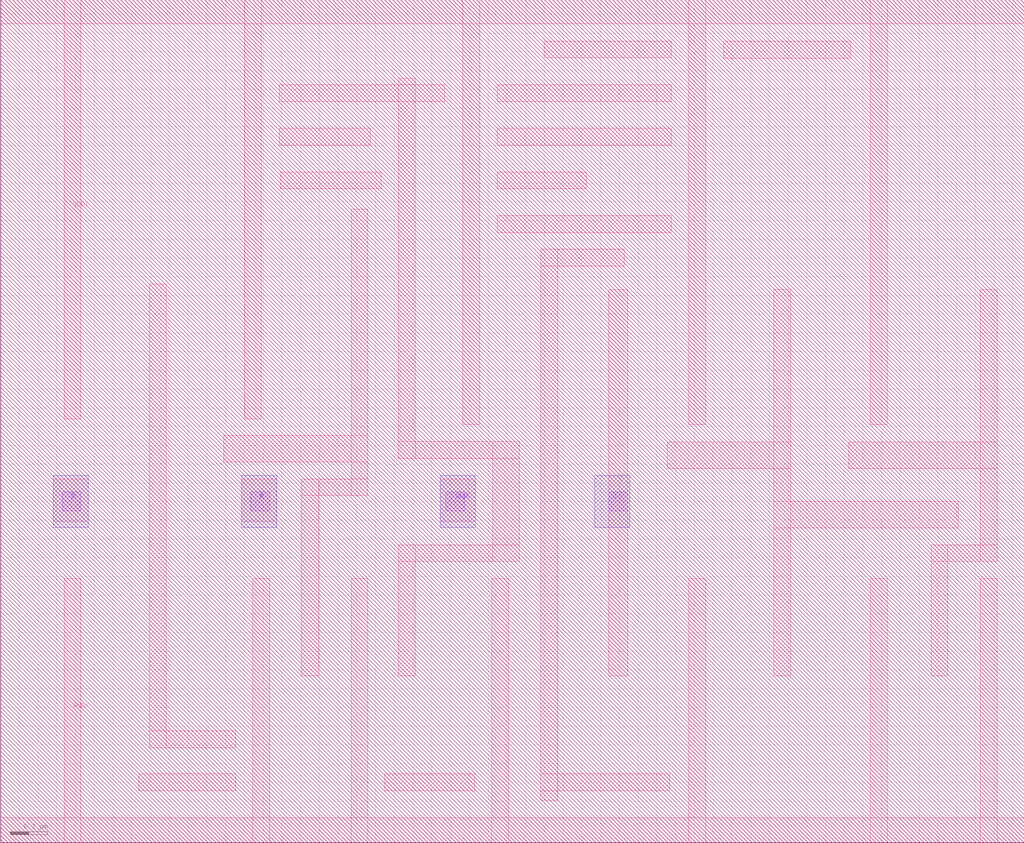
<source format=lef>
NAMESCASESENSITIVE ON ;
BUSBITCHARS "[]" ;

UNITS
  DATABASE MICRONS 1000 ;
END UNITS

MANUFACTURINGGRID 0.001 ;

DIVIDERCHAR "/" ;

LAYER M1
  TYPE ROUTING ;
  DIRECTION HORIZONTAL ;
  PITCH 0.26 0.26 ;
  WIDTH 0.14 ;
  AREA 0.042 ;
  SPACING 0.09 ;
  SPACING 0.19 RANGE 1.76 4 ;
  SPACING 0.29 RANGE 4 8 ;
  SPACING 1.05 RANGE 8 25 ;
  SPACING 1.85 RANGE 25 100000 ;
END M1

LAYER V1
  TYPE CUT ;
END V1

LAYER M2
  TYPE ROUTING ;
  DIRECTION VERTICAL ;
  PITCH 0.26 0.26 ;
  WIDTH 0.14 ;
  AREA 0.052 ;
  SPACING 0.1 ;
  SPACING 0.19 RANGE 1.76 4 ;
  SPACING 0.29 RANGE 4 8 ;
  SPACING 1.05 RANGE 8 25 ;
  SPACING 1.85 RANGE 25 100000 ;
END M2

LAYER V2
  TYPE CUT ;
END V2

LAYER M3
  TYPE ROUTING ;
  DIRECTION HORIZONTAL ;
  PITCH 0.26 0.26 ;
  WIDTH 0.14 ;
  AREA 0.052 ;
  SPACING 0.1 ;
  SPACING 0.19 RANGE 1.76 4 ;
  SPACING 0.29 RANGE 4 8 ;
  SPACING 1.05 RANGE 8 25 ;
  SPACING 1.85 RANGE 25 100000 ;
END M3

LAYER V3
  TYPE CUT ;
END V3

LAYER M4
  TYPE ROUTING ;
  DIRECTION VERTICAL ;
  PITCH 0.26 0.26 ;
  WIDTH 0.14 ;
  AREA 0.052 ;
  SPACING 0.1 ;
  SPACING 0.19 RANGE 1.76 4 ;
  SPACING 0.29 RANGE 4 8 ;
  SPACING 1.05 RANGE 8 25 ;
  SPACING 1.85 RANGE 25 100000 ;
END M4

LAYER V4
  TYPE CUT ;
END V4

LAYER M5
  TYPE ROUTING ;
  DIRECTION HORIZONTAL ;
  PITCH 0.26 0.26 ;
  WIDTH 0.14 ;
  AREA 0.052 ;
  SPACING 0.1 ;
  SPACING 0.19 RANGE 1.76 4 ;
  SPACING 0.29 RANGE 4 8 ;
  SPACING 1.05 RANGE 8 25 ;
  SPACING 1.85 RANGE 25 100000 ;
END M5

LAYER V5
  TYPE CUT ;
END V5

LAYER M6
  TYPE ROUTING ;
  DIRECTION VERTICAL ;
  PITCH 0.26 0.26 ;
  WIDTH 0.14 ;
  AREA 0.052 ;
  SPACING 0.1 ;
  SPACING 0.19 RANGE 1.76 4 ;
  SPACING 0.29 RANGE 4 8 ;
  SPACING 1.05 RANGE 8 25 ;
  SPACING 1.85 RANGE 25 100000 ;
  END M6

LAYER OVERLAP
  TYPE OVERLAP ;
END OVERLAP

SPACING
  SAMENET M1  M1    0.09 STACK ;
  SAMENET M2  M2    0.1 STACK ;
  SAMENET M3  M3    0.1 STACK ;
  SAMENET M4  M4    0.1 STACK ;
  SAMENET M5  M5    0.1 STACK ;
  SAMENET M6  M6    0.1 STACK ;
  SAMENET V1  V1    0.1 ;
  SAMENET V2  V2    0.1 ;
  SAMENET V3  V3    0.1 ;
  SAMENET V4  V4    0.1 ;
  SAMENET V5  V5    0.1 ;
  SAMENET V1  V2    0.00 STACK ;
  SAMENET V2  V3    0.00 STACK ;
  SAMENET V3  V4    0.00 STACK ;
  SAMENET V4  V5    0.00 STACK ;
  SAMENET V1  V3    0.00 STACK ;
  SAMENET V2  V4    0.00 STACK ;
  SAMENET V3  V5    0.00 STACK ;
  SAMENET V1  V4    0.00 STACK ;
  SAMENET V2  V5    0.00 STACK ;
  SAMENET V1  V5    0.00 STACK ;
END SPACING


VIA via5 DEFAULT
  LAYER M5 ;
    RECT -0.07 -0.07 0.07 0.07 ;
  LAYER V5 ;
    RECT -0.05 -0.05 0.05 0.05 ;
  LAYER M6 ;
    RECT -0.07 -0.07 0.07 0.07 ;
END via5

VIA via4 DEFAULT
  LAYER M4 ;
    RECT -0.07 -0.07 0.07 0.07 ;
  LAYER V4 ;
    RECT -0.05 -0.05 0.05 0.05 ;
  LAYER M5 ;
    RECT -0.07 -0.07 0.07 0.07 ;
END via4

VIA via3 DEFAULT
  LAYER M4 ;
    RECT -0.07 -0.07 0.07 0.07 ;
  LAYER V3 ;
    RECT -0.05 -0.05 0.05 0.05 ;
  LAYER M3 ;
    RECT -0.07 -0.07 0.07 0.07 ;
END via3

VIA via2 DEFAULT
  LAYER M3 ;
    RECT -0.07 -0.07 0.07 0.07 ;
  LAYER V2 ;
    RECT -0.05 -0.05 0.05 0.05 ;
  LAYER M2 ;
    RECT -0.07 -0.07 0.07 0.07 ;
END via2

VIA via1 DEFAULT
  LAYER M2 ;
    RECT -0.07 -0.07 0.07 0.07 ;
  LAYER V1 ;
    RECT -0.05 -0.05 0.05 0.05 ;
  LAYER M1 ;
    RECT -0.07 -0.07 0.07 0.07 ;
END via1


VIARULE via1Array GENERATE
  LAYER M1 ;
  DIRECTION HORIZONTAL ;
  OVERHANG 0.045 ;
    METALOVERHANG 0 ;
  LAYER M2 ;
  DIRECTION VERTICAL ;
    OVERHANG 0.045 ;
    METALOVERHANG 0 ;
  LAYER V1 ;
    RECT -0.05 -0.05 0.05 0.05 ;
    SPACING 0.2 BY 0.2 ;
END via1Array


VIARULE via2Array GENERATE
  LAYER M3 ;
    DIRECTION HORIZONTAL ;
    OVERHANG 0.03 ;
    METALOVERHANG 0 ;
  LAYER M2 ;
  DIRECTION VERTICAL ;
    OVERHANG 0.03 ;
    METALOVERHANG 0 ;
  LAYER V2 ;
    RECT -0.05 -0.05 0.05 0.05 ;
    SPACING 0.2 BY 0.2 ;
END via2Array


VIARULE via3Array GENERATE
  LAYER M3 ;
    DIRECTION HORIZONTAL ;
    OVERHANG 0.03 ;
    METALOVERHANG 0 ;
  LAYER M4 ;
    DIRECTION VERTICAL ;
    OVERHANG 0.03 ;
    METALOVERHANG 0 ;
  LAYER V3 ;
    RECT -0.05 -0.05 0.05 0.05 ;
    SPACING 0.2 BY 0.2 ;
END via3Array

VIARULE via4Array GENERATE
  LAYER M5 ;
    DIRECTION HORIZONTAL ;
    OVERHANG 0.03 ;
    METALOVERHANG 0 ;
  LAYER M4 ;
    DIRECTION VERTICAL ;
    OVERHANG 0.03 ;
    METALOVERHANG 0 ;
  LAYER V4 ;
    RECT -0.05 -0.05 0.05 0.05 ;
    SPACING 0.2 BY 0.2 ;
END via4Array

VIARULE via5Array GENERATE
  LAYER M5 ;
    DIRECTION HORIZONTAL ;
    OVERHANG 0.03 ;
    METALOVERHANG 0 ;
  LAYER M6 ;
    DIRECTION VERTICAL ;
    OVERHANG 0.045 ;
    METALOVERHANG 0 ;
  LAYER V5 ;
    RECT -0.05 -0.05 0.05 0.05 ;
    SPACING 0.2 BY 0.2 ;
END via5Array

VIARULE TURNM1 GENERATE
  LAYER M1 ;
    DIRECTION HORIZONTAL ;
  LAYER M1 ;
    DIRECTION VERTICAL ;
END TURNM1

VIARULE TURNM2 GENERATE
  LAYER M2 ;
    DIRECTION HORIZONTAL ;
  LAYER M2 ;
    DIRECTION VERTICAL ;
END TURNM2

VIARULE TURNM3 GENERATE
  LAYER M3 ;
    DIRECTION HORIZONTAL ;
  LAYER M3 ;
    DIRECTION VERTICAL ;
END TURNM3

VIARULE TURNM4 GENERATE
  LAYER M4 ;
    DIRECTION HORIZONTAL ;
  LAYER M4 ;
    DIRECTION VERTICAL ;
END TURNM4

VIARULE TURNM5 GENERATE
  LAYER M5 ;
    DIRECTION HORIZONTAL ;
  LAYER M5 ;
    DIRECTION VERTICAL ;
END TURNM5

VIARULE TURNM6 GENERATE
  LAYER M6 ;
    DIRECTION HORIZONTAL ;
  LAYER M6 ;
    DIRECTION VERTICAL ;
END TURNM6


SITE  CoreSite
    CLASS       CORE ;
    SYMMETRY    Y ;
    SYMMETRY    X ;
    SIZE        0.260 BY 4.5 ;
END  CoreSite

SITE  TDCoverSite
    CLASS       CORE ;
    SIZE        0.0500 BY 0.0500 ;
END  TDCoverSite

SITE  SBlockSite
    CLASS       CORE ;
    SIZE        0.0500 BY 0.0500 ;
END  SBlockSite

SITE  PortCellSite
    CLASS       PAD ;
    SIZE        0.0500 BY 0.0500 ;
END  PortCellSite

SITE  Core
    CLASS       CORE ;
    SYMMETRY    Y ;
    SYMMETRY    X ;
    SIZE        0.260 BY 4.5 ;
END  Core




MACRO AOI21
  CLASS CORE ;
  ORIGIN 0 1.823 ;
  FOREIGN AOI21 0 -1.823 ;
  SIZE 2.08 BY 4.5 ;
  SYMMETRY X Y ;
  SITE CoreSite ;
  PIN A
    DIRECTION INPUT ;
    USE SIGNAL ;
    PORT
      LAYER M1 ;
        RECT 0.85 -0.235 0.997 0.13 ;
      LAYER M2 ;
        RECT 0.841 -0.338 0.997 0.267 ;
      LAYER V1 ;
        RECT 0.88 -0.05 0.98 0.05 ;
    END
  END A
  PIN B
    DIRECTION INPUT ;
    USE SIGNAL ;
    PORT
      LAYER M1 ;
        RECT 0.338 -0.235 0.485 0.13 ;
      LAYER M2 ;
        RECT 0.329 -0.338 0.485 0.267 ;
      LAYER V1 ;
        RECT 0.368 -0.05 0.468 0.05 ;
    END
  END B
  PIN C
    DIRECTION INPUT ;
    USE SIGNAL ;
    PORT
      LAYER M1 ;
        RECT 1.362 -0.235 1.509 0.13 ;
      LAYER M2 ;
        RECT 1.353 -0.338 1.509 0.267 ;
      LAYER V1 ;
        RECT 1.392 -0.05 1.492 0.05 ;
    END
  END C
  PIN OUT
    DIRECTION OUTPUT ;
    USE SIGNAL ;
    PORT
      LAYER M1 ;
        RECT 1.675 -0.503 1.775 1.76 ;
        RECT 1.238 -0.503 1.775 -0.379 ;
        RECT 1.238 -1.243 1.328 -0.379 ;
      LAYER M2 ;
        RECT 1.675 -0.338 1.775 0.267 ;
      LAYER V1 ;
        RECT 1.675 -0.05 1.775 0.05 ;
    END
  END OUT
  PIN GND!
    DIRECTION INOUT ;
    USE GROUND ;
    SHAPE ABUTMENT ;
    PORT
      LAYER M1 ;
        RECT 0 -1.823 2.08 -1.688 ;
        RECT 1.683 -1.823 1.773 -0.723 ;
        RECT 0.361 -1.823 0.451 -0.723 ;
    END
  END GND!
  PIN VDD!
    DIRECTION INOUT ;
    USE POWER ;
    SHAPE ABUTMENT ;
    PORT
      LAYER M1 ;
        RECT 0 2.549 2.08 2.677 ;
        RECT 0.765 1.04 0.855 2.677 ;
    END
  END VDD!
  OBS
    LAYER M1 ;
      RECT 1.278 0.795 1.368 1.76 ;
      RECT 0.375 0.795 0.465 1.76 ;
      RECT 0.375 0.795 1.368 0.911 ;
  END
  
END AOI21

MACRO AOI22
  CLASS CORE ;
  ORIGIN 0 1.823 ;
  FOREIGN AOI22 0 -1.823 ;
  SIZE 2.6 BY 4.5 ;
  SYMMETRY X Y ;
  SITE CoreSite ;
  PIN A
    DIRECTION INPUT ;
    USE SIGNAL ;
    PORT
      LAYER M1 ;
        RECT 0.85 -0.235 0.997 0.13 ;
      LAYER M2 ;
        RECT 0.841 -0.338 0.997 0.267 ;
      LAYER V1 ;
        RECT 0.88 -0.05 0.98 0.05 ;
    END
  END A
  PIN B
    DIRECTION INPUT ;
    USE SIGNAL ;
    PORT
      LAYER M1 ;
        RECT 0.338 -0.235 0.485 0.13 ;
      LAYER M2 ;
        RECT 0.329 -0.338 0.485 0.267 ;
      LAYER V1 ;
        RECT 0.368 -0.05 0.468 0.05 ;
    END
  END B
  PIN C
    DIRECTION INPUT ;
    USE SIGNAL ;
    PORT
      LAYER M1 ;
        RECT 1.362 -0.235 1.509 0.13 ;
      LAYER M2 ;
        RECT 1.353 -0.338 1.509 0.267 ;
      LAYER V1 ;
        RECT 1.392 -0.05 1.492 0.05 ;
    END
  END C
  PIN D
    DIRECTION INPUT ;
    USE SIGNAL ;
    PORT
      LAYER M1 ;
        RECT 2.157 -0.235 2.304 0.13 ;
      LAYER M2 ;
        RECT 2.157 -0.338 2.313 0.267 ;
      LAYER V1 ;
        RECT 2.174 -0.05 2.274 0.05 ;
    END
  END D
  PIN OUT
    DIRECTION OUTPUT ;
    USE SIGNAL ;
    PORT
      LAYER M1 ;
        RECT 1.663 -0.56 1.763 1.295 ;
        RECT 1.262 -0.56 1.763 -0.431 ;
        RECT 1.262 -1.379 1.352 -0.431 ;
      LAYER M2 ;
        RECT 1.663 -0.338 1.763 0.267 ;
      LAYER V1 ;
        RECT 1.663 -0.05 1.763 0.05 ;
    END
  END OUT
  PIN GND!
    DIRECTION INOUT ;
    USE GROUND ;
    SHAPE ABUTMENT ;
    PORT
      LAYER M1 ;
        RECT 0 -1.823 2.6 -1.688 ;
        RECT 2.192 -1.823 2.282 -0.723 ;
        RECT 0.361 -1.823 0.451 -0.723 ;
    END
  END GND!
  PIN VDD!
    DIRECTION INOUT ;
    USE POWER ;
    SHAPE ABUTMENT ;
    PORT
      LAYER M1 ;
        RECT 0 2.549 2.6 2.677 ;
        RECT 0.854 0.575 0.944 2.677 ;
    END
  END VDD!
  OBS
    LAYER M1 ;
      RECT 1.292 2.037 2.307 2.217 ;
      RECT 2.217 0.575 2.307 2.217 ;
      RECT 1.292 0.341 1.382 2.217 ;
      RECT 0.369 0.341 0.459 1.295 ;
      RECT 0.369 0.341 1.382 0.482 ;
  END
  
END AOI22

MACRO DFF
  CLASS CORE ;
  ORIGIN 0 1.823 ;
  FOREIGN DFF 0 -1.823 ;
  SIZE 5.46 BY 4.5 ;
  SYMMETRY X Y ;
  SITE CoreSite ;
  PIN CLK
    DIRECTION INPUT ;
    USE SIGNAL ;
    PORT
      LAYER M1 ;
        RECT 2.346 -0.107 2.532 0.121 ;
      LAYER M2 ;
        RECT 2.346 -0.14 2.532 0.14 ;
      LAYER V1 ;
        RECT 2.375 -0.05 2.475 0.05 ;
    END
  END CLK
  PIN D
    DIRECTION INPUT ;
    USE SIGNAL ;
    PORT
      LAYER M1 ;
        RECT 0.281 -0.107 0.467 0.121 ;
      LAYER M2 ;
        RECT 0.281 -0.14 0.467 0.14 ;
      LAYER V1 ;
        RECT 0.328 -0.05 0.428 0.05 ;
    END
  END D
  PIN Q
    DIRECTION OUTPUT ;
    USE SIGNAL ;
    PORT
      LAYER M1 ;
        RECT 3.244 -0.931 3.344 1.13 ;
      LAYER M2 ;
        RECT 3.169 -0.14 3.355 0.14 ;
      LAYER V1 ;
        RECT 3.244 -0.05 3.344 0.05 ;
    END
  END Q
  PIN R
    DIRECTION INPUT ;
    USE SIGNAL ;
    PORT
      LAYER M1 ;
        RECT 1.287 -0.107 1.473 0.121 ;
      LAYER M2 ;
        RECT 1.287 -0.14 1.473 0.14 ;
      LAYER V1 ;
        RECT 1.334 -0.05 1.434 0.05 ;
    END
  END R
  PIN GND!
    DIRECTION INOUT ;
    USE GROUND ;
    SHAPE ABUTMENT ;
    PORT
      LAYER M1 ;
        RECT 0 -1.823 5.46 -1.688 ;
        RECT 5.225 -1.823 5.315 -0.411 ;
        RECT 4.639 -1.823 4.729 -0.411 ;
        RECT 3.671 -1.823 3.761 -0.411 ;
        RECT 2.62 -1.823 2.71 -0.411 ;
        RECT 1.869 -1.823 1.959 -0.411 ;
        RECT 1.344 -1.823 1.434 -0.411 ;
        RECT 0.338 -1.823 0.428 -0.411 ;
    END
  END GND!
  PIN VDD!
    DIRECTION INOUT ;
    USE POWER ;
    SHAPE ABUTMENT ;
    PORT
      LAYER M1 ;
        RECT 0 2.549 5.46 2.677 ;
        RECT 4.639 0.41 4.729 2.677 ;
        RECT 3.671 0.41 3.761 2.677 ;
        RECT 2.465 0.41 2.555 2.677 ;
        RECT 1.301 0.441 1.391 2.677 ;
        RECT 0.338 0.441 0.428 2.677 ;
    END
  END VDD!
  OBS
    LAYER M1 ;
      RECT 5.225 -0.321 5.315 1.13 ;
      RECT 4.524 0.177 5.315 0.317 ;
      RECT 4.963 -0.321 5.315 -0.231 ;
      RECT 4.963 -0.931 5.053 -0.231 ;
      RECT 4.125 -0.931 4.215 1.13 ;
      RECT 3.556 0.177 4.215 0.317 ;
      RECT 4.125 -0.141 5.108 -0.001 ;
      RECT 2.881 1.256 3.327 1.346 ;
      RECT 2.882 -1.594 2.972 1.346 ;
      RECT 2.882 -1.545 3.569 -1.455 ;
      RECT 2.12 0.23 2.21 2.26 ;
      RECT 1.485 2.135 2.37 2.225 ;
      RECT 2.12 0.23 2.765 0.32 ;
      RECT 2.625 -0.321 2.765 0.32 ;
      RECT 2.12 -0.321 2.765 -0.231 ;
      RECT 2.12 -0.931 2.21 -0.231 ;
      RECT 1.869 0.031 1.959 1.561 ;
      RECT 1.191 0.211 1.959 0.351 ;
      RECT 1.606 0.031 1.959 0.121 ;
      RECT 1.606 -0.931 1.696 0.121 ;
      RECT 0.792 -1.315 0.882 1.161 ;
      RECT 0.792 -1.315 1.254 -1.225 ;
      RECT 3.857 2.367 4.534 2.457 ;
      RECT 2.65 1.436 3.577 1.526 ;
      RECT 2.65 1.902 3.577 1.992 ;
      RECT 2.65 2.135 3.577 2.225 ;
      RECT 2.9 2.368 3.577 2.458 ;
      RECT 2.65 1.669 3.123 1.759 ;
      RECT 2.049 -1.545 2.53 -1.455 ;
      RECT 1.49 1.669 2.03 1.759 ;
      RECT 1.485 1.902 1.971 1.992 ;
      RECT 0.737 -1.545 1.254 -1.455 ;
  END
  
END DFF

MACRO INVERTER
  CLASS CORE ;
  ORIGIN 0 1.823 ;
  FOREIGN INVERTER 0 -1.823 ;
  SIZE 1.04 BY 4.5 ;
  SYMMETRY X Y ;
  SITE CoreSite ;
  PIN IN
    DIRECTION INPUT ;
    USE SIGNAL ;
    PORT
      LAYER M1 ;
        RECT 0.338 -0.235 0.485 0.13 ;
      LAYER M2 ;
        RECT 0.329 -0.338 0.485 0.267 ;
      LAYER V1 ;
        RECT 0.368 -0.05 0.468 0.05 ;
    END
  END IN
  PIN OUT
    DIRECTION OUTPUT ;
    USE SIGNAL ;
    PORT
      LAYER M1 ;
        RECT 0.641 -1.43 0.741 2.153 ;
      LAYER M2 ;
        RECT 0.641 -0.355 0.741 0.264 ;
      LAYER V1 ;
        RECT 0.641 -0.05 0.741 0.05 ;
    END
  END OUT
  PIN GND!
    DIRECTION INOUT ;
    USE GROUND ;
    SHAPE ABUTMENT ;
    PORT
      LAYER M1 ;
        RECT 0 -1.823 1.04 -1.688 ;
        RECT 0.341 -1.823 0.431 -0.91 ;
    END
  END GND!
  PIN VDD!
    DIRECTION INOUT ;
    USE POWER ;
    SHAPE ABUTMENT ;
    PORT
      LAYER M1 ;
        RECT 0.001 2.549 1.04 2.677 ;
        RECT 0.341 0.853 0.431 2.677 ;
    END
  END VDD!
  
END INVERTER

MACRO MUX21
  CLASS CORE ;
  ORIGIN 0 1.823 ;
  FOREIGN MUX21 0 -1.823 ;
  SIZE 3.12 BY 4.5 ;
  SYMMETRY X Y ;
  SITE CoreSite ;
  PIN A
    DIRECTION INPUT ;
    USE SIGNAL ;
    PORT
      LAYER M1 ;
        RECT 1.133 -0.235 1.28 0.13 ;
      LAYER M2 ;
        RECT 1.133 -0.338 1.289 0.267 ;
      LAYER V1 ;
        RECT 1.15 -0.05 1.25 0.05 ;
    END
  END A
  PIN B
    DIRECTION INPUT ;
    USE SIGNAL ;
    PORT
      LAYER M1 ;
        RECT 2.156 -0.235 2.303 0.13 ;
      LAYER M2 ;
        RECT 2.156 -0.338 2.312 0.267 ;
      LAYER V1 ;
        RECT 2.173 -0.05 2.273 0.05 ;
    END
  END B
  PIN OUT
    DIRECTION OUTPUT ;
    USE SIGNAL ;
    PORT
      LAYER M1 ;
        RECT 2.696 -0.97 2.796 1.202 ;
      LAYER M2 ;
        RECT 2.696 -0.338 2.796 0.267 ;
      LAYER V1 ;
        RECT 2.696 -0.05 2.796 0.05 ;
    END
  END OUT
  PIN S
    DIRECTION INPUT ;
    USE SIGNAL ;
    PORT
      LAYER M1 ;
        RECT 0.621 -0.235 0.768 0.13 ;
      LAYER M2 ;
        RECT 0.621 -0.338 0.777 0.267 ;
      LAYER V1 ;
        RECT 0.638 -0.05 0.738 0.05 ;
    END
  END S
  PIN GND!
    DIRECTION INOUT ;
    USE GROUND ;
    SHAPE ABUTMENT ;
    PORT
      LAYER M1 ;
        RECT 0 -1.823 3.12 -1.688 ;
        RECT 2.282 -1.823 2.372 -0.45 ;
        RECT 0.754 -1.823 0.844 -0.45 ;
    END
  END GND!
  PIN VDD!
    DIRECTION INOUT ;
    USE POWER ;
    SHAPE ABUTMENT ;
    PORT
      LAYER M1 ;
        RECT 0 2.549 3.12 2.677 ;
        RECT 2.276 0.406 2.366 2.677 ;
        RECT 0.856 0.406 0.946 2.677 ;
    END
  END VDD!
  OBS
    LAYER M1 ;
      RECT 1.698 -1.554 1.788 1.202 ;
      RECT 0.369 -1.472 0.459 2.027 ;
  END
  
END MUX21

MACRO NAND2
  CLASS CORE ;
  ORIGIN 0 1.823 ;
  FOREIGN NAND2 0 -1.823 ;
  SIZE 1.56 BY 4.5 ;
  SYMMETRY X Y ;
  SITE CoreSite ;
  PIN A
    DIRECTION INPUT ;
    USE SIGNAL ;
    PORT
      LAYER M1 ;
        RECT 0.789 -0.235 0.936 0.13 ;
      LAYER M2 ;
        RECT 0.78 -0.338 0.936 0.267 ;
      LAYER V1 ;
        RECT 0.819 -0.05 0.919 0.05 ;
    END
  END A
  PIN B
    DIRECTION INPUT ;
    USE SIGNAL ;
    PORT
      LAYER M1 ;
        RECT 0.338 -0.235 0.485 0.13 ;
      LAYER M2 ;
        RECT 0.329 -0.338 0.485 0.267 ;
      LAYER V1 ;
        RECT 0.368 -0.05 0.468 0.05 ;
    END
  END B
  PIN OUT
    DIRECTION OUTPUT ;
    USE SIGNAL ;
    PORT
      LAYER M1 ;
        RECT 1.102 -1.327 1.202 1.573 ;
        RECT 0.341 0.458 1.202 0.584 ;
        RECT 0.341 0.458 0.431 1.573 ;
      LAYER M2 ;
        RECT 1.102 -0.338 1.202 0.267 ;
      LAYER V1 ;
        RECT 1.102 -0.05 1.202 0.05 ;
    END
  END OUT
  PIN GND!
    DIRECTION INOUT ;
    USE GROUND ;
    SHAPE ABUTMENT ;
    PORT
      LAYER M1 ;
        RECT 0 -1.823 1.56 -1.688 ;
        RECT 0.341 -1.823 0.431 -0.807 ;
    END
  END GND!
  PIN VDD!
    DIRECTION INOUT ;
    USE POWER ;
    SHAPE ABUTMENT ;
    PORT
      LAYER M1 ;
        RECT 0 2.549 1.56 2.677 ;
        RECT 0.725 0.853 0.815 2.677 ;
    END
  END VDD!
  
END NAND2

MACRO NAND3
  CLASS CORE ;
  ORIGIN 0 1.823 ;
  FOREIGN NAND3 0 -1.823 ;
  SIZE 2.08 BY 4.5 ;
  SYMMETRY X Y ;
  SITE CoreSite ;
  PIN A
    DIRECTION INPUT ;
    USE SIGNAL ;
    PORT
      LAYER M1 ;
        RECT 1.362 -0.235 1.509 0.13 ;
      LAYER M2 ;
        RECT 1.353 -0.338 1.509 0.267 ;
      LAYER V1 ;
        RECT 1.392 -0.05 1.492 0.05 ;
    END
  END A
  PIN B
    DIRECTION INPUT ;
    USE SIGNAL ;
    PORT
      LAYER M1 ;
        RECT 0.85 -0.235 0.997 0.13 ;
      LAYER M2 ;
        RECT 0.841 -0.338 0.997 0.267 ;
      LAYER V1 ;
        RECT 0.88 -0.05 0.98 0.05 ;
    END
  END B
  PIN C
    DIRECTION INPUT ;
    USE SIGNAL ;
    PORT
      LAYER M1 ;
        RECT 0.338 -0.235 0.485 0.13 ;
      LAYER M2 ;
        RECT 0.329 -0.338 0.485 0.267 ;
      LAYER V1 ;
        RECT 0.368 -0.05 0.468 0.05 ;
    END
  END C
  PIN OUT
    DIRECTION OUTPUT ;
    USE SIGNAL ;
    PORT
      LAYER M1 ;
        RECT 1.675 -1.43 1.775 1.573 ;
        RECT 0.85 0.458 1.775 0.584 ;
        RECT 0.85 0.458 0.94 1.573 ;
      LAYER M2 ;
        RECT 1.675 -0.338 1.775 0.267 ;
      LAYER V1 ;
        RECT 1.675 -0.05 1.775 0.05 ;
    END
  END OUT
  PIN GND!
    DIRECTION INOUT ;
    USE GROUND ;
    SHAPE ABUTMENT ;
    PORT
      LAYER M1 ;
        RECT 0 -1.823 2.08 -1.688 ;
        RECT 0.377 -1.823 0.467 -0.91 ;
    END
  END GND!
  PIN VDD!
    DIRECTION INOUT ;
    USE POWER ;
    SHAPE ABUTMENT ;
    PORT
      LAYER M1 ;
        RECT 0 2.549 2.08 2.677 ;
        RECT 1.239 0.853 1.329 2.677 ;
        RECT 0.369 0.853 0.459 2.677 ;
    END
  END VDD!
  
END NAND3

MACRO NAND4
  CLASS CORE ;
  ORIGIN 0 1.823 ;
  FOREIGN NAND4 0 -1.823 ;
  SIZE 2.6 BY 4.5 ;
  SYMMETRY X Y ;
  SITE CoreSite ;
  PIN A
    DIRECTION INPUT ;
    USE SIGNAL ;
    PORT
      LAYER M1 ;
        RECT 1.874 -0.235 2.021 0.13 ;
      LAYER M2 ;
        RECT 1.865 -0.338 2.021 0.267 ;
      LAYER V1 ;
        RECT 1.904 -0.05 2.004 0.05 ;
    END
  END A
  PIN B
    DIRECTION INPUT ;
    USE SIGNAL ;
    PORT
      LAYER M1 ;
        RECT 1.362 -0.235 1.509 0.13 ;
      LAYER M2 ;
        RECT 1.353 -0.338 1.509 0.267 ;
      LAYER V1 ;
        RECT 1.392 -0.05 1.492 0.05 ;
    END
  END B
  PIN C
    DIRECTION INPUT ;
    USE SIGNAL ;
    PORT
      LAYER M1 ;
        RECT 0.85 -0.235 0.997 0.13 ;
      LAYER M2 ;
        RECT 0.841 -0.338 0.997 0.267 ;
      LAYER V1 ;
        RECT 0.88 -0.05 0.98 0.05 ;
    END
  END C
  PIN D
    DIRECTION INPUT ;
    USE SIGNAL ;
    PORT
      LAYER M1 ;
        RECT 0.338 -0.235 0.485 0.13 ;
      LAYER M2 ;
        RECT 0.329 -0.338 0.485 0.267 ;
      LAYER V1 ;
        RECT 0.368 -0.05 0.468 0.05 ;
    END
  END D
  PIN OUT
    DIRECTION OUTPUT ;
    USE SIGNAL ;
    PORT
      LAYER M1 ;
        RECT 0.822 0.483 2.287 0.662 ;
        RECT 2.187 -1.43 2.287 0.662 ;
        RECT 1.747 0.483 1.837 1.573 ;
        RECT 0.854 0.483 0.944 1.573 ;
      LAYER M2 ;
        RECT 2.187 -0.338 2.287 0.267 ;
      LAYER V1 ;
        RECT 2.187 -0.05 2.287 0.05 ;
    END
  END OUT
  PIN GND!
    DIRECTION INOUT ;
    USE GROUND ;
    SHAPE ABUTMENT ;
    PORT
      LAYER M1 ;
        RECT 0 -1.816 2.6 -1.688 ;
        RECT 0.377 -1.823 0.467 -0.91 ;
    END
  END GND!
  PIN VDD!
    DIRECTION INOUT ;
    USE POWER ;
    SHAPE ABUTMENT ;
    PORT
      LAYER M1 ;
        RECT 0 2.549 2.6 2.677 ;
        RECT 2.212 0.853 2.302 2.677 ;
        RECT 1.365 0.853 1.455 2.677 ;
        RECT 0.369 0.853 0.459 2.677 ;
    END
  END VDD!
  
END NAND4

MACRO NOR2
  CLASS CORE ;
  ORIGIN 0 1.823 ;
  FOREIGN NOR2 0 -1.823 ;
  SIZE 1.56 BY 4.5 ;
  SYMMETRY X Y ;
  SITE CoreSite ;
  PIN A
    DIRECTION INPUT ;
    USE SIGNAL ;
    PORT
      LAYER M1 ;
        RECT 0.338 -0.235 0.485 0.13 ;
      LAYER M2 ;
        RECT 0.329 -0.338 0.485 0.267 ;
      LAYER V1 ;
        RECT 0.368 -0.05 0.468 0.05 ;
    END
  END A
  PIN B
    DIRECTION INPUT ;
    USE SIGNAL ;
    PORT
      LAYER M1 ;
        RECT 0.789 -0.235 0.936 0.13 ;
      LAYER M2 ;
        RECT 0.78 -0.338 0.936 0.267 ;
      LAYER V1 ;
        RECT 0.819 -0.05 0.919 0.05 ;
    END
  END B
  PIN OUT
    DIRECTION OUTPUT ;
    USE SIGNAL ;
    PORT
      LAYER M1 ;
        RECT 1.102 -1.43 1.202 1.573 ;
        RECT 0.341 -0.577 1.202 -0.451 ;
        RECT 0.341 -1.43 0.431 -0.451 ;
      LAYER M2 ;
        RECT 1.102 -0.338 1.202 0.267 ;
      LAYER V1 ;
        RECT 1.102 -0.05 1.202 0.05 ;
    END
  END OUT
  PIN GND!
    DIRECTION INOUT ;
    USE GROUND ;
    SHAPE ABUTMENT ;
    PORT
      LAYER M1 ;
        RECT 0 -1.823 1.56 -1.688 ;
        RECT 0.726 -1.823 0.816 -0.91 ;
    END
  END GND!
  PIN VDD!
    DIRECTION INOUT ;
    USE POWER ;
    SHAPE ABUTMENT ;
    PORT
      LAYER M1 ;
        RECT 0 2.549 1.56 2.677 ;
        RECT 0.341 0.853 0.431 2.677 ;
    END
  END VDD!
  
END NOR2

MACRO NOR3
  CLASS CORE ;
  ORIGIN 0 1.823 ;
  FOREIGN NOR3 0 -1.823 ;
  SIZE 2.08 BY 4.5 ;
  SYMMETRY X Y ;
  SITE CoreSite ;
  PIN A
    DIRECTION INPUT ;
    USE SIGNAL ;
    PORT
      LAYER M1 ;
        RECT 0.338 -0.235 0.485 0.13 ;
      LAYER M2 ;
        RECT 0.329 -0.338 0.485 0.267 ;
      LAYER V1 ;
        RECT 0.368 -0.05 0.468 0.05 ;
    END
  END A
  PIN B
    DIRECTION INPUT ;
    USE SIGNAL ;
    PORT
      LAYER M1 ;
        RECT 0.85 -0.235 0.997 0.13 ;
      LAYER M2 ;
        RECT 0.841 -0.338 0.997 0.267 ;
      LAYER V1 ;
        RECT 0.88 -0.05 0.98 0.05 ;
    END
  END B
  PIN C
    DIRECTION INPUT ;
    USE SIGNAL ;
    PORT
      LAYER M1 ;
        RECT 1.362 -0.235 1.509 0.13 ;
      LAYER M2 ;
        RECT 1.353 -0.338 1.509 0.267 ;
      LAYER V1 ;
        RECT 1.392 -0.05 1.492 0.05 ;
    END
  END C
  PIN OUT
    DIRECTION OUTPUT ;
    USE SIGNAL ;
    PORT
      LAYER M1 ;
        RECT 1.675 -1.43 1.775 1.573 ;
        RECT 0.822 -0.505 1.775 -0.379 ;
        RECT 0.856 -1.427 0.946 -0.379 ;
      LAYER M2 ;
        RECT 1.675 -0.338 1.775 0.267 ;
      LAYER V1 ;
        RECT 1.675 -0.05 1.775 0.05 ;
    END
  END OUT
  PIN GND!
    DIRECTION INOUT ;
    USE GROUND ;
    SHAPE ABUTMENT ;
    PORT
      LAYER M1 ;
        RECT 0 -1.823 2.08 -1.688 ;
        RECT 1.24 -1.823 1.33 -0.91 ;
        RECT 0.377 -1.823 0.467 -0.91 ;
    END
  END GND!
  PIN VDD!
    DIRECTION INOUT ;
    USE POWER ;
    SHAPE ABUTMENT ;
    PORT
      LAYER M1 ;
        RECT 0 2.549 2.08 2.677 ;
        RECT 0.369 0.853 0.459 2.677 ;
    END
  END VDD!
  
END NOR3

MACRO OAI21
  CLASS CORE ;
  ORIGIN 0 1.823 ;
  FOREIGN OAI21 0 -1.823 ;
  SIZE 2.08 BY 4.5 ;
  SYMMETRY X Y ;
  SITE CoreSite ;
  PIN A
    DIRECTION INPUT ;
    USE SIGNAL ;
    PORT
      LAYER M1 ;
        RECT 0.338 -0.235 0.485 0.13 ;
      LAYER M2 ;
        RECT 0.329 -0.338 0.485 0.267 ;
      LAYER V1 ;
        RECT 0.368 -0.05 0.468 0.05 ;
    END
  END A
  PIN B
    DIRECTION INPUT ;
    USE SIGNAL ;
    PORT
      LAYER M1 ;
        RECT 0.85 -0.235 0.997 0.13 ;
      LAYER M2 ;
        RECT 0.841 -0.338 0.997 0.267 ;
      LAYER V1 ;
        RECT 0.88 -0.05 0.98 0.05 ;
    END
  END B
  PIN C
    DIRECTION INPUT ;
    USE SIGNAL ;
    PORT
      LAYER M1 ;
        RECT 1.362 -0.235 1.509 0.13 ;
      LAYER M2 ;
        RECT 1.353 -0.338 1.509 0.267 ;
      LAYER V1 ;
        RECT 1.392 -0.05 1.492 0.05 ;
    END
  END C
  PIN OUT
    DIRECTION OUTPUT ;
    USE SIGNAL ;
    PORT
      LAYER M1 ;
        RECT 1.269 0.508 1.775 0.634 ;
        RECT 1.675 -1.43 1.775 0.634 ;
        RECT 1.269 0.508 1.359 1.573 ;
      LAYER M2 ;
        RECT 1.675 -0.338 1.775 0.267 ;
      LAYER V1 ;
        RECT 1.675 -0.05 1.775 0.05 ;
    END
  END OUT
  PIN GND!
    DIRECTION INOUT ;
    USE GROUND ;
    SHAPE ABUTMENT ;
    PORT
      LAYER M1 ;
        RECT 0 -1.823 2.08 -1.688 ;
        RECT 0.854 -1.823 0.944 -0.91 ;
    END
  END GND!
  PIN VDD!
    DIRECTION INOUT ;
    USE POWER ;
    SHAPE ABUTMENT ;
    PORT
      LAYER M1 ;
        RECT 0 2.549 2.08 2.677 ;
        RECT 1.701 0.853 1.791 2.677 ;
        RECT 0.369 0.853 0.459 2.677 ;
    END
  END VDD!
  OBS
    LAYER M1 ;
      RECT 0.343 -0.505 1.359 -0.379 ;
      RECT 1.239 -1.43 1.329 -0.379 ;
      RECT 0.377 -1.43 0.467 -0.379 ;
  END
  
END OAI21

MACRO OAI22
  CLASS CORE ;
  ORIGIN 0 1.823 ;
  FOREIGN OAI22 0 -1.823 ;
  SIZE 2.6 BY 4.5 ;
  SYMMETRY X Y ;
  SITE CoreSite ;
  PIN A
    DIRECTION INPUT ;
    USE SIGNAL ;
    PORT
      LAYER M1 ;
        RECT 2.157 -0.235 2.304 0.13 ;
      LAYER M2 ;
        RECT 2.157 -0.338 2.313 0.267 ;
      LAYER V1 ;
        RECT 2.174 -0.05 2.274 0.05 ;
    END
  END A
  PIN B
    DIRECTION INPUT ;
    USE SIGNAL ;
    PORT
      LAYER M1 ;
        RECT 0.338 -0.235 0.485 0.13 ;
      LAYER M2 ;
        RECT 0.329 -0.338 0.485 0.267 ;
      LAYER V1 ;
        RECT 0.368 -0.05 0.468 0.05 ;
    END
  END B
  PIN C
    DIRECTION INPUT ;
    USE SIGNAL ;
    PORT
      LAYER M1 ;
        RECT 1.362 -0.235 1.509 0.13 ;
      LAYER M2 ;
        RECT 1.353 -0.338 1.509 0.267 ;
      LAYER V1 ;
        RECT 1.392 -0.05 1.492 0.05 ;
    END
  END C
  PIN D
    DIRECTION INPUT ;
    USE SIGNAL ;
    PORT
      LAYER M1 ;
        RECT 0.85 -0.235 0.997 0.13 ;
      LAYER M2 ;
        RECT 0.841 -0.338 0.997 0.267 ;
      LAYER V1 ;
        RECT 0.88 -0.05 0.98 0.05 ;
    END
  END D
  PIN OUT
    DIRECTION OUTPUT ;
    USE SIGNAL ;
    PORT
      LAYER M1 ;
        RECT 1.289 0.552 1.777 0.708 ;
        RECT 1.677 -1.243 1.777 0.708 ;
        RECT 1.289 0.552 1.379 1.567 ;
      LAYER M2 ;
        RECT 1.677 -0.338 1.777 0.267 ;
      LAYER V1 ;
        RECT 1.677 -0.05 1.777 0.05 ;
    END
  END OUT
  PIN GND!
    DIRECTION INOUT ;
    USE GROUND ;
    SHAPE ABUTMENT ;
    PORT
      LAYER M1 ;
        RECT 0 -1.823 2.6 -1.688 ;
        RECT 0.765 -1.823 0.855 -0.723 ;
    END
  END GND!
  PIN VDD!
    DIRECTION INOUT ;
    USE POWER ;
    SHAPE ABUTMENT ;
    PORT
      LAYER M1 ;
        RECT 0 2.549 2.6 2.677 ;
        RECT 2.218 0.847 2.308 2.677 ;
        RECT 0.369 0.847 0.459 2.677 ;
    END
  END VDD!
  OBS
    LAYER M1 ;
      RECT 0.377 -0.597 1.363 -0.478 ;
      RECT 1.273 -1.547 1.363 -0.478 ;
      RECT 0.377 -1.243 0.467 -0.478 ;
      RECT 2.191 -1.547 2.281 -0.723 ;
      RECT 1.242 -1.547 2.31 -1.401 ;
  END
  
END OAI22

MACRO TRI_INV
  CLASS CORE ;
  ORIGIN 0 1.823 ;
  FOREIGN TRI_INV 0 -1.823 ;
  SIZE 2.34 BY 4.5 ;
  SYMMETRY X Y ;
  SITE CoreSite ;
  PIN EN
    DIRECTION INPUT ;
    USE SIGNAL ;
    PORT
      LAYER M1 ;
        RECT 0.621 -0.235 0.768 0.13 ;
      LAYER M2 ;
        RECT 0.621 -0.338 0.777 0.267 ;
      LAYER V1 ;
        RECT 0.638 -0.05 0.738 0.05 ;
    END
  END EN
  PIN IN
    DIRECTION INPUT ;
    USE SIGNAL ;
    PORT
      LAYER M1 ;
        RECT 1.133 -0.235 1.28 0.13 ;
      LAYER M2 ;
        RECT 1.133 -0.338 1.289 0.267 ;
      LAYER V1 ;
        RECT 1.15 -0.05 1.25 0.05 ;
    END
  END IN
  PIN OUT
    DIRECTION OUTPUT ;
    USE SIGNAL ;
    PORT
      LAYER M1 ;
        RECT 1.675 -0.999 1.775 1.071 ;
      LAYER M2 ;
        RECT 1.675 -0.338 1.775 0.267 ;
      LAYER V1 ;
        RECT 1.675 -0.05 1.775 0.05 ;
    END
  END OUT
  PIN GND!
    DIRECTION INOUT ;
    USE GROUND ;
    SHAPE ABUTMENT ;
    PORT
      LAYER M1 ;
        RECT 0 -1.823 2.34 -1.688 ;
        RECT 0.751 -1.823 0.841 -0.479 ;
    END
  END GND!
  PIN VDD!
    DIRECTION INOUT ;
    USE POWER ;
    SHAPE ABUTMENT ;
    PORT
      LAYER M1 ;
        RECT 0 2.549 2.34 2.677 ;
        RECT 0.857 0.351 0.947 2.677 ;
    END
  END VDD!
  OBS
    LAYER M1 ;
      RECT 1.207 1.745 2.122 1.873 ;
      RECT 1.99 -1.494 2.122 1.873 ;
      RECT 1.239 0.351 1.329 1.873 ;
      RECT 1.241 -1.494 1.331 -0.479 ;
      RECT 1.207 -1.494 2.122 -1.369 ;
      RECT 0.275 -0.999 0.365 2.032 ;
  END
  
END TRI_INV

MACRO XOR2
  CLASS CORE ;
  ORIGIN 0 1.823 ;
  FOREIGN XOR2 0 -1.823 ;
  SIZE 3.12 BY 4.5 ;
  SYMMETRY X Y ;
  SITE CoreSite ;
  PIN A
    DIRECTION INPUT ;
    USE SIGNAL ;
    PORT
      LAYER M1 ;
        RECT 0.789 -0.235 0.936 0.13 ;
      LAYER M2 ;
        RECT 0.78 -0.338 0.936 0.267 ;
      LAYER V1 ;
        RECT 0.819 -0.05 0.919 0.05 ;
    END
  END A
  PIN B
    DIRECTION INPUT ;
    USE SIGNAL ;
    PORT
      LAYER M1 ;
        RECT 0.338 -0.235 0.485 0.13 ;
      LAYER M2 ;
        RECT 0.329 -0.338 0.485 0.267 ;
      LAYER V1 ;
        RECT 0.368 -0.05 0.468 0.05 ;
    END
  END B
  PIN OUT
    DIRECTION OUTPUT ;
    USE SIGNAL ;
    PORT
      LAYER M1 ;
        RECT 2.185 -0.512 2.285 1.308 ;
        RECT 1.769 -0.512 2.285 -0.388 ;
        RECT 1.769 -1.127 1.859 -0.388 ;
      LAYER M2 ;
        RECT 2.185 -0.338 2.285 0.267 ;
      LAYER V1 ;
        RECT 2.185 -0.05 2.285 0.05 ;
    END
  END OUT
  PIN GND!
    DIRECTION INOUT ;
    USE GROUND ;
    SHAPE ABUTMENT ;
    PORT
      LAYER M1 ;
        RECT 0 -1.823 3.12 -1.688 ;
        RECT 2.683 -1.823 2.773 -0.607 ;
        RECT 1.369 -1.823 1.459 -0.607 ;
        RECT 0.341 -1.823 0.431 -0.607 ;
    END
  END GND!
  PIN VDD!
    DIRECTION INOUT ;
    USE POWER ;
    SHAPE ABUTMENT ;
    PORT
      LAYER M1 ;
        RECT 0 2.549 3.12 2.677 ;
        RECT 1.248 0.588 1.338 2.677 ;
    END
  END VDD!
  OBS
    LAYER M1 ;
      RECT 1.736 1.954 2.815 2.101 ;
      RECT 2.695 0.588 2.785 2.101 ;
      RECT 1.762 0.588 1.852 2.101 ;
      RECT 0.341 0.363 0.431 1.308 ;
      RECT 0.341 0.363 1.483 0.489 ;
      RECT 1.341 -0.511 1.483 0.489 ;
      RECT 0.695 -0.511 1.483 -0.385 ;
      RECT 0.727 -1.127 0.817 -0.385 ;
  END
  
END XOR2

MACRO filler
  CLASS CORE ;
  ORIGIN 0 1.823 ;
  FOREIGN filler 0 -1.823 ;
  SIZE 0.26 BY 4.5 ;
  SYMMETRY X Y ;
  SITE CoreSite ;
  PIN GND!
    DIRECTION INOUT ;
    USE GROUND ;
    SHAPE ABUTMENT ;
    PORT
      LAYER M1 ;
        RECT -0.076 -1.823 0.325 -1.688 ;
    END
  END GND!
  PIN VDD!
    DIRECTION INOUT ;
    USE POWER ;
    SHAPE ABUTMENT ;
    PORT
      LAYER M1 ;
        RECT -0.076 2.549 0.325 2.677 ;
    END
  END VDD!
  
END filler

END LIBRARY

</source>
